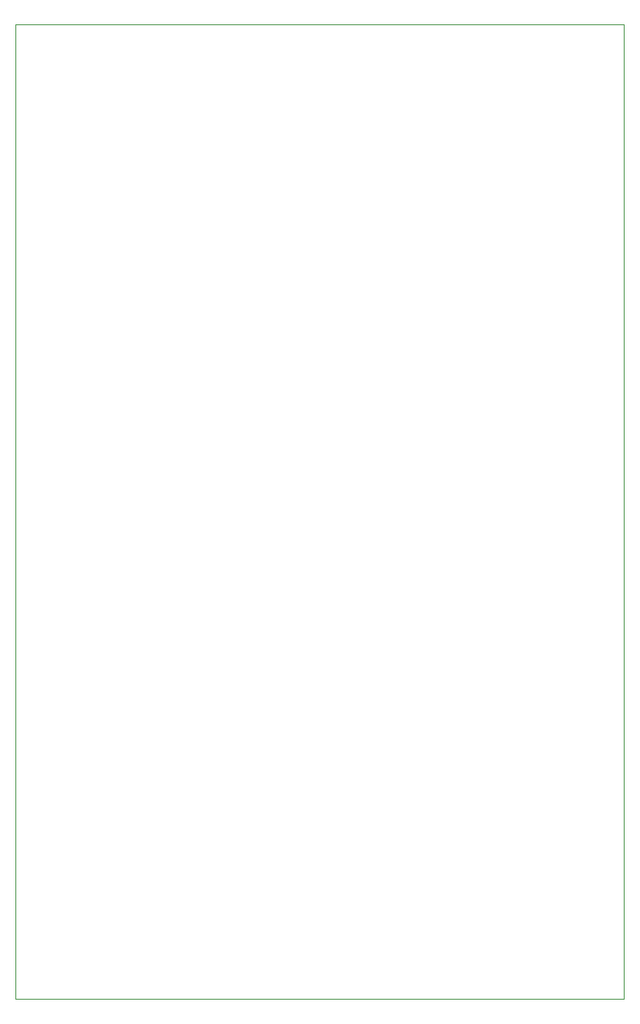
<source format=gbr>
%TF.GenerationSoftware,KiCad,Pcbnew,(5.1.6)-1*%
%TF.CreationDate,2021-07-16T15:07:45-04:00*%
%TF.ProjectId,ProbeMaster,50726f62-654d-4617-9374-65722e6b6963,rev?*%
%TF.SameCoordinates,Original*%
%TF.FileFunction,Profile,NP*%
%FSLAX46Y46*%
G04 Gerber Fmt 4.6, Leading zero omitted, Abs format (unit mm)*
G04 Created by KiCad (PCBNEW (5.1.6)-1) date 2021-07-16 15:07:45*
%MOMM*%
%LPD*%
G01*
G04 APERTURE LIST*
%TA.AperFunction,Profile*%
%ADD10C,0.100000*%
%TD*%
G04 APERTURE END LIST*
D10*
X223520000Y-44450000D02*
X223520000Y-146050000D01*
X160020000Y-44450000D02*
X223520000Y-44450000D01*
X160020000Y-146050000D02*
X160020000Y-44450000D01*
X223520000Y-146050000D02*
X160020000Y-146050000D01*
M02*

</source>
